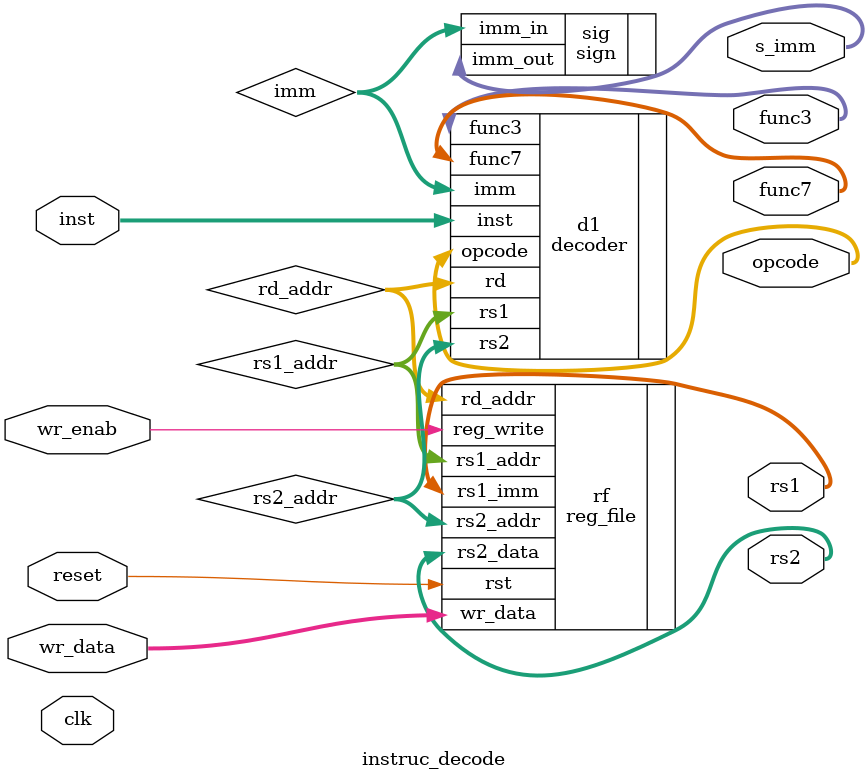
<source format=sv>
module instruc_decode (
    input logic clk,
    input logic reset,             // Single-bit reset signal
    input logic [31:0] inst,       // 32-bit instruction input
    input logic [31:0] wr_data,    // 32-bit write data input
    input logic wr_enab,             // Write enable input
    output logic [31:0] rs1,       // Output for register source 1 data
    output logic [31:0] rs2,       // Output for register source 2 data
    output logic [31:0] s_imm,     // Output for sign-extended immediate
    output logic [2:0] func3,      // Output for function 3 bits
    output logic [6:0] func7,
    output logic [6:0] opcode
);

    // Wires for interconnections
    logic [4:0] rd_addr, rs1_addr, rs2_addr;
    logic [11:0] imm;
    

    // Instantiate decoder module
    decoder d1 (
        .inst(inst),
        .opcode(opcode),
        .rd(rd_addr),
        .func3(func3),
        .imm(imm),
        .rs1(rs1_addr),
        .rs2(rs2_addr),
        .func7(func7)
    );

    // Instantiate register file module
    reg_file rf (
        .rs1_addr(rs1_addr),
        .rs2_addr(rs2_addr),
        .rd_addr(rd_addr),
        .reg_write(wr_enab),
        .wr_data(wr_data),
        .rst(reset),
        .rs1_imm(rs1),
        .rs2_data(rs2)
    );

    // Instantiate sign extension module
    sign sig (
        .imm_in(imm),
        .imm_out(s_imm)
    );

endmodule

</source>
